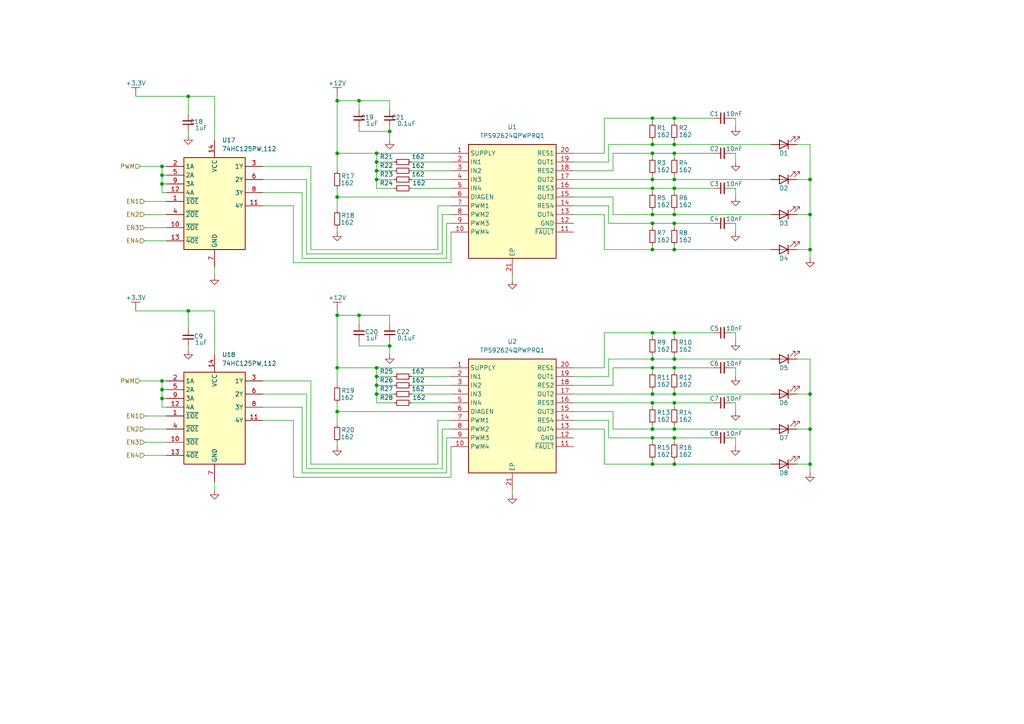
<source format=kicad_sch>
(kicad_sch (version 20250114) (generator "eeschema") (generator_version "9.0")
  (paper "A4")
  (lib_symbols
    (symbol "Device:C_Small" (pin_numbers (hide yes)) (pin_names (offset 0.254) (hide yes))
      (property "Reference" "C" (at 0.254 1.778 0))
      (property "Value" "C_Small" (at 0.254 -2.032 0))
      (symbol "C_Small_0_1"
        (polyline (pts (xy -1.524 0.508) (xy 1.524 0.508)) (stroke (width 0.3048)))
        (polyline (pts (xy -1.524 -0.508) (xy 1.524 -0.508)) (stroke (width 0.3302)))
      )
      (symbol "C_Small_1_1"
        (pin passive line (at 0 2.54 270) (length 2.032) (name "~") (number "1"))
        (pin passive line (at 0 -2.54 90) (length 2.032) (name "~") (number "2"))
      )
    )
    (symbol "Device:R_Small" (pin_numbers (hide yes)) (pin_names (offset 0.254) (hide yes))
      (property "Reference" "R" (at 0 0 90))
      (property "Value" "R_Small" (at 1.778 0 90))
      (symbol "R_Small_0_1"
        (rectangle (start -0.762 1.778) (end 0.762 -1.778) (stroke (width 0.2032)))
      )
      (symbol "R_Small_1_1"
        (pin passive line (at 0 2.54 270) (length 0.762) (name "~") (number "1"))
        (pin passive line (at 0 -2.54 90) (length 0.762) (name "~") (number "2"))
      )
    )
    (symbol "Library:+12V" (power) (pin_numbers (hide yes)) (pin_names (offset 0) (hide yes))
      (property "Value" "+12V" (at 0 3.556 0))
      (symbol "+12V_0_1"
        (polyline (pts (xy -1.27 2.54) (xy 0 2.54)))
        (polyline (pts (xy 0 2.54) (xy 1.27 2.54)))
        (polyline (pts (xy 0 0) (xy 0 2.54)))
      )
      (symbol "+12V_1_1"
        (pin power_in line (at 0 0 90) (length 0) (name "~") (number "1"))
      )
    )
    (symbol "Library:+3.3V" (power) (pin_numbers (hide yes)) (pin_names (offset 0) (hide yes))
      (property "Value" "+3.3V" (at 0 3.556 0))
      (symbol "+3.3V_0_1"
        (polyline (pts (xy -1.27 2.54) (xy 0 2.54)))
        (polyline (pts (xy 0 2.54) (xy 1.27 2.54)))
        (polyline (pts (xy 0 0) (xy 0 2.54)))
      )
      (symbol "+3.3V_1_1"
        (pin power_in line (at 0 0 90) (length 0) (name "~") (number "1"))
      )
    )
    (symbol "Library:74HC125PW,112"
      (property "Reference" "IC" (at 24.13 7.62 0))
      (property "Value" "74HC125PW,112" (at 24.13 5.08 0))
      (symbol "74HC125PW,112_1_1"
        (rectangle (start 5.08 2.54) (end 22.86 -24.13) (stroke (width 0.254)) (fill (type background)))
        (pin passive line (at 0 0 0) (length 5.08) (name "1A") (number "2"))
        (pin passive line (at 0 -2.54 0) (length 5.08) (name "2A") (number "5"))
        (pin passive line (at 0 -5.08 0) (length 5.08) (name "3A") (number "9"))
        (pin passive line (at 0 -7.62 0) (length 5.08) (name "4A") (number "12"))
        (pin passive line (at 0 -10.16 0) (length 5.08) (name "~{1OE}") (number "1"))
        (pin passive line (at 0 -13.97 0) (length 5.08) (name "~{2OE}") (number "4"))
        (pin passive line (at 0 -17.78 0) (length 5.08) (name "~{3OE}") (number "10"))
        (pin passive line (at 0 -21.59 0) (length 5.08) (name "~{4OE}") (number "13"))
        (pin passive line (at 13.97 7.62 270) (length 5.08) (name "VCC") (number "14"))
        (pin passive line (at 13.97 -29.21 90) (length 5.08) (name "GND") (number "7"))
        (pin passive line (at 27.94 0 180) (length 5.08) (name "1Y") (number "3"))
        (pin passive line (at 27.94 -3.81 180) (length 5.08) (name "2Y") (number "6"))
        (pin passive line (at 27.94 -7.62 180) (length 5.08) (name "3Y") (number "8"))
        (pin passive line (at 27.94 -11.43 180) (length 5.08) (name "4Y") (number "11"))
      )
    )
    (symbol "Library:LED" (pin_numbers (hide yes)) (pin_names (offset 1.016) (hide yes))
      (property "Reference" "D1" (at -1.5875 6.35 0))
      (property "Value" "LED" (at -1.5875 3.81 0))
      (symbol "LED_0_1"
        (polyline (pts (xy -3.048 -0.762) (xy -4.572 -2.286) (xy -3.81 -2.286) (xy -4.572 -2.286) (xy -4.572 -1.524)))
        (polyline (pts (xy -1.778 -0.762) (xy -3.302 -2.286) (xy -2.54 -2.286) (xy -3.302 -2.286) (xy -3.302 -1.524)))
        (polyline (pts (xy -1.27 0) (xy 1.27 0)))
        (polyline (pts (xy -1.27 -1.27) (xy -1.27 1.27)) (stroke (width 0.254)))
        (polyline (pts (xy 1.27 -1.27) (xy 1.27 1.27) (xy -1.27 0) (xy 1.27 -1.27)) (stroke (width 0.254)))
      )
      (symbol "LED_1_1"
        (pin passive line (at -3.81 0 0) (length 2.54) (name "K") (number "1"))
        (pin passive line (at -3.81 0 0) (length 2.54) (name "K") (number "2"))
        (pin passive line (at 3.81 0 180) (length 2.54) (name "A") (number "3"))
        (pin passive line (at 3.81 0 180) (length 2.54) (name "A") (number "4"))
      )
    )
    (symbol "Library:TPS92624QPWPRQ1"
      (property "Reference" "IC" (at 31.75 7.62 0))
      (property "Value" "TPS92624QPWPRQ1" (at 31.75 5.08 0))
      (symbol "TPS92624QPWPRQ1_1_1"
        (rectangle (start 5.08 2.54) (end 30.48 -30.48) (stroke (width 0.254)) (fill (type background)))
        (pin passive line (at 0 0 0) (length 5.08) (name "SUPPLY") (number "1"))
        (pin passive line (at 0 -2.54 0) (length 5.08) (name "IN1") (number "2"))
        (pin passive line (at 0 -5.08 0) (length 5.08) (name "IN2") (number "3"))
        (pin passive line (at 0 -7.62 0) (length 5.08) (name "IN3") (number "4"))
        (pin passive line (at 0 -10.16 0) (length 5.08) (name "IN4") (number "5"))
        (pin passive line (at 0 -12.7 0) (length 5.08) (name "DIAGEN") (number "6"))
        (pin passive line (at 0 -15.24 0) (length 5.08) (name "PWM1") (number "7"))
        (pin passive line (at 0 -17.78 0) (length 5.08) (name "PWM2") (number "8"))
        (pin passive line (at 0 -20.32 0) (length 5.08) (name "PWM3") (number "9"))
        (pin passive line (at 0 -22.86 0) (length 5.08) (name "PWM4") (number "10"))
        (pin passive line (at 17.78 -35.56 90) (length 5.08) (name "EP") (number "21"))
        (pin passive line (at 35.56 0 180) (length 5.08) (name "RES1") (number "20"))
        (pin passive line (at 35.56 -2.54 180) (length 5.08) (name "OUT1") (number "19"))
        (pin passive line (at 35.56 -5.08 180) (length 5.08) (name "RES2") (number "18"))
        (pin passive line (at 35.56 -7.62 180) (length 5.08) (name "OUT2") (number "17"))
        (pin passive line (at 35.56 -10.16 180) (length 5.08) (name "RES3") (number "16"))
        (pin passive line (at 35.56 -12.7 180) (length 5.08) (name "OUT3") (number "15"))
        (pin passive line (at 35.56 -15.24 180) (length 5.08) (name "RES4") (number "14"))
        (pin passive line (at 35.56 -17.78 180) (length 5.08) (name "OUT4") (number "13"))
        (pin passive line (at 35.56 -20.32 180) (length 5.08) (name "GND") (number "12"))
        (pin passive line (at 35.56 -22.86 180) (length 5.08) (name "~{FAULT}") (number "11"))
      )
    )
    (symbol "power:GND" (power) (pin_numbers (hide yes)) (pin_names (offset 0) (hide yes))
      (property "Value" "GND" (at 0 -3.81 0))
      (symbol "GND_0_1"
        (polyline (pts (xy 0 0) (xy 0 -1.27) (xy 1.27 -1.27) (xy 0 -2.54) (xy -1.27 -1.27) (xy 0 -1.27)))
      )
      (symbol "GND_1_1"
        (pin power_in line (at 0 0 270) (length 0) (name "~") (number "1"))
      )
    )
  )
  (junction (at 113.03 38.1))
  (junction (at 195.58 72.39))
  (junction (at 189.23 124.46))
  (junction (at 46.99 53.34))
  (junction (at 189.23 44.45))
  (junction (at 104.14 29.21))
  (junction (at 189.23 127))
  (junction (at 97.79 106.68))
  (junction (at 109.22 49.53))
  (junction (at 189.23 116.84))
  (junction (at 97.79 57.15))
  (junction (at 195.58 96.52))
  (junction (at 109.22 44.45))
  (junction (at 97.79 29.21))
  (junction (at 46.99 48.26))
  (junction (at 195.58 127))
  (junction (at 104.14 91.44))
  (junction (at 195.58 62.23))
  (junction (at 189.23 64.77))
  (junction (at 195.58 41.91))
  (junction (at 195.58 64.77))
  (junction (at 189.23 52.07))
  (junction (at 195.58 104.14))
  (junction (at 109.22 114.3))
  (junction (at 189.23 54.61))
  (junction (at 234.95 134.62))
  (junction (at 234.95 62.23))
  (junction (at 195.58 54.61))
  (junction (at 195.58 52.07))
  (junction (at 195.58 106.68))
  (junction (at 113.03 100.33))
  (junction (at 46.99 115.57))
  (junction (at 195.58 114.3))
  (junction (at 189.23 96.52))
  (junction (at 234.95 52.07))
  (junction (at 189.23 134.62))
  (junction (at 189.23 106.68))
  (junction (at 189.23 62.23))
  (junction (at 109.22 111.76))
  (junction (at 46.99 110.49))
  (junction (at 234.95 114.3))
  (junction (at 97.79 44.45))
  (junction (at 54.61 90.17))
  (junction (at 109.22 46.99))
  (junction (at 234.95 72.39))
  (junction (at 195.58 116.84))
  (junction (at 189.23 72.39))
  (junction (at 97.79 91.44))
  (junction (at 46.99 113.03))
  (junction (at 189.23 34.29))
  (junction (at 46.99 50.8))
  (junction (at 109.22 52.07))
  (junction (at 97.79 119.38))
  (junction (at 195.58 124.46))
  (junction (at 195.58 34.29))
  (junction (at 109.22 106.68))
  (junction (at 195.58 44.45))
  (junction (at 189.23 104.14))
  (junction (at 189.23 114.3))
  (junction (at 109.22 109.22))
  (junction (at 234.95 124.46))
  (junction (at 195.58 134.62))
  (junction (at 189.23 41.91))
  (junction (at 54.61 27.94))
  (wire (pts (xy 195.58 41.91) (xy 223.52 41.91)))
  (wire (pts (xy 46.99 48.26) (xy 48.26 48.26)))
  (wire (pts (xy 195.58 72.39) (xy 223.52 72.39)))
  (wire (pts (xy 109.22 109.22) (xy 109.22 106.68)))
  (wire (pts (xy 189.23 44.45) (xy 195.58 44.45)))
  (wire (pts (xy 175.26 72.39) (xy 189.23 72.39)))
  (wire (pts (xy 76.2 48.26) (xy 90.17 48.26)))
  (wire (pts (xy 87.63 74.93) (xy 87.63 55.88)))
  (wire (pts (xy 195.58 44.45) (xy 207.01 44.45)))
  (wire (pts (xy 166.37 109.22) (xy 176.53 109.22)))
  (wire (pts (xy 54.61 38.1) (xy 54.61 39.37)))
  (wire (pts (xy 46.99 50.8) (xy 48.26 50.8)))
  (wire (pts (xy 87.63 137.16) (xy 87.63 118.11)))
  (wire (pts (xy 195.58 134.62) (xy 223.52 134.62)))
  (wire (pts (xy 213.36 127) (xy 212.09 127)))
  (wire (pts (xy 189.23 41.91) (xy 189.23 40.64)))
  (wire (pts (xy 113.03 100.33) (xy 113.03 99.06)))
  (wire (pts (xy 213.36 46.99) (xy 213.36 44.45)))
  (wire (pts (xy 114.3 116.84) (xy 109.22 116.84)))
  (wire (pts (xy 109.22 111.76) (xy 109.22 114.3)))
  (wire (pts (xy 130.81 64.77) (xy 129.54 64.77)))
  (wire (pts (xy 195.58 104.14) (xy 195.58 102.87)))
  (wire (pts (xy 41.91 58.42) (xy 48.26 58.42)))
  (wire (pts (xy 97.79 29.21) (xy 97.79 44.45)))
  (wire (pts (xy 97.79 44.45) (xy 97.79 49.53)))
  (wire (pts (xy 97.79 60.96) (xy 97.79 57.15)))
  (wire (pts (xy 127 72.39) (xy 127 59.69)))
  (wire (pts (xy 109.22 109.22) (xy 109.22 111.76)))
  (wire (pts (xy 97.79 119.38) (xy 97.79 116.84)))
  (wire (pts (xy 189.23 62.23) (xy 195.58 62.23)))
  (wire (pts (xy 127 134.62) (xy 127 121.92)))
  (wire (pts (xy 119.38 46.99) (xy 130.81 46.99)))
  (wire (pts (xy 177.8 111.76) (xy 177.8 106.68)))
  (wire (pts (xy 189.23 106.68) (xy 195.58 106.68)))
  (wire (pts (xy 234.95 114.3) (xy 234.95 124.46)))
  (wire (pts (xy 109.22 44.45) (xy 130.81 44.45)))
  (wire (pts (xy 166.37 116.84) (xy 189.23 116.84)))
  (wire (pts (xy 46.99 115.57) (xy 46.99 113.03)))
  (wire (pts (xy 231.14 72.39) (xy 234.95 72.39)))
  (wire (pts (xy 109.22 49.53) (xy 109.22 52.07)))
  (wire (pts (xy 119.38 52.07) (xy 130.81 52.07)))
  (wire (pts (xy 46.99 55.88) (xy 46.99 53.34)))
  (wire (pts (xy 97.79 128.27) (xy 97.79 129.54)))
  (wire (pts (xy 54.61 100.33) (xy 54.61 101.6)))
  (wire (pts (xy 195.58 124.46) (xy 223.52 124.46)))
  (wire (pts (xy 166.37 119.38) (xy 177.8 119.38)))
  (wire (pts (xy 41.91 120.65) (xy 48.26 120.65)))
  (wire (pts (xy 119.38 114.3) (xy 130.81 114.3)))
  (wire (pts (xy 175.26 62.23) (xy 175.26 72.39)))
  (wire (pts (xy 97.79 123.19) (xy 97.79 119.38)))
  (wire (pts (xy 177.8 44.45) (xy 189.23 44.45)))
  (wire (pts (xy 76.2 114.3) (xy 88.9 114.3)))
  (wire (pts (xy 119.38 116.84) (xy 130.81 116.84)))
  (wire (pts (xy 189.23 72.39) (xy 189.23 71.12)))
  (wire (pts (xy 176.53 59.69) (xy 176.53 64.77)))
  (wire (pts (xy 213.36 109.22) (xy 213.36 106.68)))
  (wire (pts (xy 62.23 77.47) (xy 62.23 80.01)))
  (wire (pts (xy 189.23 44.45) (xy 189.23 45.72)))
  (wire (pts (xy 213.36 57.15) (xy 213.36 54.61)))
  (wire (pts (xy 40.64 110.49) (xy 46.99 110.49)))
  (wire (pts (xy 189.23 104.14) (xy 189.23 102.87)))
  (wire (pts (xy 166.37 57.15) (xy 177.8 57.15)))
  (wire (pts (xy 177.8 119.38) (xy 177.8 124.46)))
  (wire (pts (xy 176.53 109.22) (xy 176.53 104.14)))
  (wire (pts (xy 97.79 57.15) (xy 97.79 54.61)))
  (wire (pts (xy 130.81 138.43) (xy 130.81 129.54)))
  (wire (pts (xy 213.36 96.52) (xy 212.09 96.52)))
  (wire (pts (xy 231.14 52.07) (xy 234.95 52.07)))
  (wire (pts (xy 62.23 139.7) (xy 62.23 142.24)))
  (wire (pts (xy 231.14 62.23) (xy 234.95 62.23)))
  (wire (pts (xy 129.54 64.77) (xy 129.54 74.93)))
  (wire (pts (xy 90.17 134.62) (xy 127 134.62)))
  (wire (pts (xy 46.99 113.03) (xy 48.26 113.03)))
  (wire (pts (xy 189.23 134.62) (xy 195.58 134.62)))
  (wire (pts (xy 166.37 114.3) (xy 189.23 114.3)))
  (wire (pts (xy 213.36 44.45) (xy 212.09 44.45)))
  (wire (pts (xy 189.23 114.3) (xy 195.58 114.3)))
  (wire (pts (xy 189.23 41.91) (xy 195.58 41.91)))
  (wire (pts (xy 213.36 129.54) (xy 213.2974 129.54)))
  (wire (pts (xy 148.59 142.24) (xy 148.59 143.51)))
  (wire (pts (xy 166.37 62.23) (xy 175.26 62.23)))
  (wire (pts (xy 195.58 114.3) (xy 195.58 113.03)))
  (wire (pts (xy 46.99 50.8) (xy 46.99 48.26)))
  (wire (pts (xy 90.17 110.49) (xy 90.17 134.62)))
  (wire (pts (xy 195.58 52.07) (xy 223.52 52.07)))
  (wire (pts (xy 54.61 27.94) (xy 62.23 27.94)))
  (wire (pts (xy 119.38 49.53) (xy 130.81 49.53)))
  (wire (pts (xy 119.38 109.22) (xy 130.81 109.22)))
  (wire (pts (xy 166.37 44.45) (xy 175.26 44.45)))
  (wire (pts (xy 97.79 91.44) (xy 97.79 106.68)))
  (wire (pts (xy 148.59 80.01) (xy 148.59 81.28)))
  (wire (pts (xy 189.23 134.62) (xy 189.23 133.35)))
  (wire (pts (xy 175.26 106.68) (xy 175.26 96.52)))
  (wire (pts (xy 39.37 90.17) (xy 54.61 90.17)))
  (wire (pts (xy 104.14 91.44) (xy 104.14 93.98)))
  (wire (pts (xy 195.58 127) (xy 195.58 128.27)))
  (wire (pts (xy 195.58 62.23) (xy 195.58 60.96)))
  (wire (pts (xy 113.03 38.1) (xy 113.03 36.83)))
  (wire (pts (xy 189.23 54.61) (xy 189.23 55.88)))
  (wire (pts (xy 176.53 121.92) (xy 176.53 127)))
  (wire (pts (xy 176.53 104.14) (xy 189.23 104.14)))
  (wire (pts (xy 166.37 111.76) (xy 177.8 111.76)))
  (wire (pts (xy 195.58 44.45) (xy 195.58 45.72)))
  (wire (pts (xy 189.23 127) (xy 189.23 128.27)))
  (wire (pts (xy 114.3 52.07) (xy 109.22 52.07)))
  (wire (pts (xy 97.79 27.94) (xy 97.79 29.21)))
  (wire (pts (xy 76.2 59.69) (xy 85.09 59.69)))
  (wire (pts (xy 189.23 54.61) (xy 195.58 54.61)))
  (wire (pts (xy 85.09 138.43) (xy 130.81 138.43)))
  (wire (pts (xy 195.58 114.3) (xy 223.52 114.3)))
  (wire (pts (xy 234.95 124.46) (xy 234.95 134.62)))
  (wire (pts (xy 175.26 44.45) (xy 175.26 34.29)))
  (wire (pts (xy 104.14 29.21) (xy 104.14 31.75)))
  (wire (pts (xy 213.36 106.68) (xy 212.09 106.68)))
  (wire (pts (xy 46.99 53.34) (xy 46.99 50.8)))
  (wire (pts (xy 195.58 116.84) (xy 195.58 118.11)))
  (wire (pts (xy 76.2 121.92) (xy 85.09 121.92)))
  (wire (pts (xy 176.53 64.77) (xy 189.23 64.77)))
  (wire (pts (xy 46.99 110.49) (xy 48.26 110.49)))
  (wire (pts (xy 119.38 111.76) (xy 130.81 111.76)))
  (wire (pts (xy 166.37 121.92) (xy 176.53 121.92)))
  (wire (pts (xy 231.14 114.3) (xy 234.95 114.3)))
  (wire (pts (xy 213.36 99.06) (xy 213.36 96.52)))
  (wire (pts (xy 189.23 124.46) (xy 195.58 124.46)))
  (wire (pts (xy 104.14 38.1) (xy 113.03 38.1)))
  (wire (pts (xy 127 121.92) (xy 130.81 121.92)))
  (wire (pts (xy 97.79 119.38) (xy 130.81 119.38)))
  (wire (pts (xy 234.95 52.07) (xy 234.95 62.23)))
  (wire (pts (xy 195.58 72.39) (xy 195.58 71.12)))
  (wire (pts (xy 97.79 57.15) (xy 130.81 57.15)))
  (wire (pts (xy 177.8 49.53) (xy 177.8 44.45)))
  (wire (pts (xy 130.81 127) (xy 129.54 127)))
  (wire (pts (xy 195.58 124.46) (xy 195.58 123.19)))
  (wire (pts (xy 129.54 137.16) (xy 87.63 137.16)))
  (wire (pts (xy 85.09 121.92) (xy 85.09 138.43)))
  (wire (pts (xy 54.61 27.94) (xy 54.61 33.02)))
  (wire (pts (xy 40.64 48.26) (xy 46.99 48.26)))
  (wire (pts (xy 166.37 54.61) (xy 189.23 54.61)))
  (wire (pts (xy 195.58 104.14) (xy 223.52 104.14)))
  (wire (pts (xy 166.37 106.68) (xy 175.26 106.68)))
  (wire (pts (xy 195.58 127) (xy 207.01 127)))
  (wire (pts (xy 62.23 102.87) (xy 62.23 90.17)))
  (wire (pts (xy 166.37 124.46) (xy 175.26 124.46)))
  (wire (pts (xy 213.36 67.31) (xy 213.2974 67.31)))
  (wire (pts (xy 231.14 41.91) (xy 234.95 41.91)))
  (wire (pts (xy 195.58 64.77) (xy 195.58 66.04)))
  (wire (pts (xy 195.58 106.68) (xy 207.01 106.68)))
  (wire (pts (xy 177.8 124.46) (xy 189.23 124.46)))
  (wire (pts (xy 234.95 62.23) (xy 234.95 72.39)))
  (wire (pts (xy 213.36 116.84) (xy 212.09 116.84)))
  (wire (pts (xy 189.23 34.29) (xy 195.58 34.29)))
  (wire (pts (xy 213.36 119.38) (xy 213.36 116.84)))
  (wire (pts (xy 97.79 106.68) (xy 97.79 111.76)))
  (wire (pts (xy 195.58 62.23) (xy 223.52 62.23)))
  (wire (pts (xy 166.37 46.99) (xy 176.53 46.99)))
  (wire (pts (xy 109.22 106.68) (xy 130.81 106.68)))
  (wire (pts (xy 114.3 111.76) (xy 109.22 111.76)))
  (wire (pts (xy 166.37 49.53) (xy 177.8 49.53)))
  (wire (pts (xy 104.14 29.21) (xy 113.03 29.21)))
  (wire (pts (xy 175.26 124.46) (xy 175.26 134.62)))
  (wire (pts (xy 189.23 106.68) (xy 189.23 107.95)))
  (wire (pts (xy 41.91 132.08) (xy 48.26 132.08)))
  (wire (pts (xy 54.61 90.17) (xy 62.23 90.17)))
  (wire (pts (xy 87.63 55.88) (xy 76.2 55.88)))
  (wire (pts (xy 189.23 127) (xy 195.58 127)))
  (wire (pts (xy 114.3 54.61) (xy 109.22 54.61)))
  (wire (pts (xy 189.23 116.84) (xy 195.58 116.84)))
  (wire (pts (xy 41.91 69.85) (xy 48.26 69.85)))
  (wire (pts (xy 97.79 44.45) (xy 109.22 44.45)))
  (wire (pts (xy 234.95 104.14) (xy 234.95 114.3)))
  (wire (pts (xy 104.14 100.33) (xy 113.03 100.33)))
  (wire (pts (xy 166.37 52.07) (xy 189.23 52.07)))
  (wire (pts (xy 213.36 54.61) (xy 212.09 54.61)))
  (wire (pts (xy 176.53 46.99) (xy 176.53 41.91)))
  (wire (pts (xy 88.9 135.89) (xy 128.27 135.89)))
  (wire (pts (xy 189.23 96.52) (xy 189.23 97.79)))
  (wire (pts (xy 41.91 66.04) (xy 48.26 66.04)))
  (wire (pts (xy 129.54 74.93) (xy 87.63 74.93)))
  (wire (pts (xy 85.09 76.2) (xy 130.81 76.2)))
  (wire (pts (xy 129.54 127) (xy 129.54 137.16)))
  (wire (pts (xy 46.99 113.03) (xy 46.99 110.49)))
  (wire (pts (xy 195.58 64.77) (xy 207.01 64.77)))
  (wire (pts (xy 234.95 41.91) (xy 234.95 52.07)))
  (wire (pts (xy 104.14 91.44) (xy 113.03 91.44)))
  (wire (pts (xy 177.8 106.68) (xy 189.23 106.68)))
  (wire (pts (xy 87.63 118.11) (xy 76.2 118.11)))
  (wire (pts (xy 189.23 104.14) (xy 195.58 104.14)))
  (wire (pts (xy 176.53 127) (xy 189.23 127)))
  (wire (pts (xy 195.58 34.29) (xy 207.01 34.29)))
  (wire (pts (xy 189.23 64.77) (xy 195.58 64.77)))
  (wire (pts (xy 113.03 100.33) (xy 113.03 102.87)))
  (wire (pts (xy 128.27 73.66) (xy 128.27 62.23)))
  (wire (pts (xy 127 59.69) (xy 130.81 59.69)))
  (wire (pts (xy 109.22 46.99) (xy 109.22 49.53)))
  (wire (pts (xy 175.26 96.52) (xy 189.23 96.52)))
  (wire (pts (xy 189.23 114.3) (xy 189.23 113.03)))
  (wire (pts (xy 213.36 36.83) (xy 213.36 34.29)))
  (wire (pts (xy 76.2 52.07) (xy 88.9 52.07)))
  (wire (pts (xy 231.14 104.14) (xy 234.95 104.14)))
  (wire (pts (xy 176.53 41.91) (xy 189.23 41.91)))
  (wire (pts (xy 130.81 76.2) (xy 130.81 67.31)))
  (wire (pts (xy 195.58 96.52) (xy 195.58 97.79)))
  (wire (pts (xy 189.23 62.23) (xy 189.23 60.96)))
  (wire (pts (xy 114.3 49.53) (xy 109.22 49.53)))
  (wire (pts (xy 97.79 66.04) (xy 97.79 67.31)))
  (wire (pts (xy 189.23 116.84) (xy 189.23 118.11)))
  (wire (pts (xy 195.58 54.61) (xy 195.58 55.88)))
  (wire (pts (xy 195.58 134.62) (xy 195.58 133.35)))
  (wire (pts (xy 189.23 52.07) (xy 195.58 52.07)))
  (wire (pts (xy 48.26 118.11) (xy 46.99 118.11)))
  (wire (pts (xy 231.14 134.62) (xy 234.95 134.62)))
  (wire (pts (xy 128.27 124.46) (xy 130.81 124.46)))
  (wire (pts (xy 114.3 114.3) (xy 109.22 114.3)))
  (wire (pts (xy 234.95 72.39) (xy 234.95 74.93)))
  (wire (pts (xy 97.79 91.44) (xy 104.14 91.44)))
  (wire (pts (xy 189.23 52.07) (xy 189.23 50.8)))
  (wire (pts (xy 128.27 62.23) (xy 130.81 62.23)))
  (wire (pts (xy 41.91 124.46) (xy 48.26 124.46)))
  (wire (pts (xy 109.22 46.99) (xy 109.22 44.45)))
  (wire (pts (xy 104.14 36.83) (xy 104.14 38.1)))
  (wire (pts (xy 166.37 59.69) (xy 176.53 59.69)))
  (wire (pts (xy 54.61 90.17) (xy 54.61 95.25)))
  (wire (pts (xy 113.03 91.44) (xy 113.03 93.98)))
  (wire (pts (xy 41.91 62.23) (xy 48.26 62.23)))
  (wire (pts (xy 234.95 134.62) (xy 234.95 137.16)))
  (wire (pts (xy 195.58 106.68) (xy 195.58 107.95)))
  (wire (pts (xy 46.99 53.34) (xy 48.26 53.34)))
  (wire (pts (xy 195.58 96.52) (xy 207.01 96.52)))
  (wire (pts (xy 41.91 128.27) (xy 48.26 128.27)))
  (wire (pts (xy 213.36 127) (xy 213.36 129.54)))
  (wire (pts (xy 189.23 124.46) (xy 189.23 123.19)))
  (wire (pts (xy 97.79 106.68) (xy 109.22 106.68)))
  (wire (pts (xy 177.8 57.15) (xy 177.8 62.23)))
  (wire (pts (xy 213.36 64.77) (xy 213.36 67.31)))
  (wire (pts (xy 175.26 134.62) (xy 189.23 134.62)))
  (wire (pts (xy 213.36 34.29) (xy 212.09 34.29)))
  (wire (pts (xy 195.58 41.91) (xy 195.58 40.64)))
  (wire (pts (xy 128.27 135.89) (xy 128.27 124.46)))
  (wire (pts (xy 88.9 114.3) (xy 88.9 135.89)))
  (wire (pts (xy 175.26 34.29) (xy 189.23 34.29)))
  (wire (pts (xy 113.03 29.21) (xy 113.03 31.75)))
  (wire (pts (xy 97.79 90.17) (xy 97.79 91.44)))
  (wire (pts (xy 90.17 72.39) (xy 127 72.39)))
  (wire (pts (xy 177.8 62.23) (xy 189.23 62.23)))
  (wire (pts (xy 88.9 52.07) (xy 88.9 73.66)))
  (wire (pts (xy 119.38 54.61) (xy 130.81 54.61)))
  (wire (pts (xy 109.22 46.99) (xy 114.3 46.99)))
  (wire (pts (xy 195.58 52.07) (xy 195.58 50.8)))
  (wire (pts (xy 195.58 54.61) (xy 207.01 54.61)))
  (wire (pts (xy 189.23 72.39) (xy 195.58 72.39)))
  (wire (pts (xy 46.99 115.57) (xy 48.26 115.57)))
  (wire (pts (xy 109.22 114.3) (xy 109.22 116.84)))
  (wire (pts (xy 39.37 27.94) (xy 54.61 27.94)))
  (wire (pts (xy 104.14 99.06) (xy 104.14 100.33)))
  (wire (pts (xy 109.22 52.07) (xy 109.22 54.61)))
  (wire (pts (xy 48.26 55.88) (xy 46.99 55.88)))
  (wire (pts (xy 97.79 29.21) (xy 104.14 29.21)))
  (wire (pts (xy 213.36 64.77) (xy 212.09 64.77)))
  (wire (pts (xy 231.14 124.46) (xy 234.95 124.46)))
  (wire (pts (xy 88.9 73.66) (xy 128.27 73.66)))
  (wire (pts (xy 113.03 38.1) (xy 113.03 40.64)))
  (wire (pts (xy 46.99 118.11) (xy 46.99 115.57)))
  (wire (pts (xy 195.58 34.29) (xy 195.58 35.56)))
  (wire (pts (xy 85.09 59.69) (xy 85.09 76.2)))
  (wire (pts (xy 189.23 64.77) (xy 189.23 66.04)))
  (wire (pts (xy 109.22 109.22) (xy 114.3 109.22)))
  (wire (pts (xy 90.17 48.26) (xy 90.17 72.39)))
  (wire (pts (xy 62.23 40.64) (xy 62.23 27.94)))
  (wire (pts (xy 189.23 34.29) (xy 189.23 35.56)))
  (wire (pts (xy 76.2 110.49) (xy 90.17 110.49)))
  (wire (pts (xy 189.23 96.52) (xy 195.58 96.52)))
  (wire (pts (xy 195.58 116.84) (xy 207.01 116.84)))
  (hierarchical_label "EN1" (shape input) (at 41.91 120.65 180))
  (hierarchical_label "EN4" (shape input) (at 41.91 132.08 180))
  (hierarchical_label "PWM" (shape input) (at 40.64 48.26 180))
  (hierarchical_label "EN3" (shape input) (at 41.91 128.27 180))
  (hierarchical_label "EN2" (shape input) (at 41.91 124.46 180))
  (hierarchical_label "EN3" (shape input) (at 41.91 66.04 180))
  (hierarchical_label "EN2" (shape input) (at 41.91 62.23 180))
  (hierarchical_label "EN4" (shape input) (at 41.91 69.85 180))
  (hierarchical_label "PWM" (shape input) (at 40.64 110.49 180))
  (hierarchical_label "EN1" (shape input) (at 41.91 58.42 180))
  (symbol (lib_id "Library:+12V") (at 97.79 27.94 0) (unit 1)
    (property "Reference" "#PWR0125" (effects (hide yes)))
    (property "Value" "+12V" (at 97.79 24.13 0))
    (property "Description" "Power symbol creates a global label with name \"+3.3V\"" (effects (hide yes)))
  )
  (symbol (lib_id "Device:R_Small") (at 116.84 111.76 90) (unit 1)
    (property "Reference" "R26" (at 114.046 110.236 90) (effects (justify left)))
    (property "Value" "162" (at 123.19 110.236 90) (effects (justify left)))
    (property "Description" "Resistor, small symbol" (effects (hide yes)))
  )
  (symbol (lib_id "Device:R_Small") (at 189.23 130.81 0) (unit 1)
    (property "Reference" "R15" (at 190.5 129.794 0) (effects (justify left)))
    (property "Value" "162" (at 190.5 131.826 0) (effects (justify left)))
    (property "Description" "Resistor, small symbol" (effects (hide yes)))
  )
  (symbol (lib_id "Device:C_Small") (at 54.61 35.56 180) (unit 1)
    (property "Reference" "C18" (at 58.928 35.306 0) (effects (justify left)))
    (property "Value" "1uF" (at 60.198 37.084 0) (effects (justify left)))
    (property "Description" "Unpolarized capacitor, small symbol" (effects (hide yes)))
  )
  (symbol (lib_id "Library:LED") (at 227.33 134.62 180) (unit 1)
    (property "Reference" "D8" (at 227.33 137.16 0))
    (property "Value" "LED" (effects (hide yes)))
    (property "Footprint" "Library:GWJTLRS1EMLVL5XX531" (effects (hide yes)))
    (property "Description" "Light emitting diode" (effects (hide yes)))
    (property "Sim.Pins" "1=K 2=A" (effects (hide yes)))
  )
  (symbol (lib_id "Device:R_Small") (at 189.23 58.42 0) (unit 1)
    (property "Reference" "R5" (at 190.5 57.404 0) (effects (justify left)))
    (property "Value" "162" (at 190.5 59.436 0) (effects (justify left)))
    (property "Description" "Resistor, small symbol" (effects (hide yes)))
  )
  (symbol (lib_id "Device:R_Small") (at 195.58 110.49 0) (unit 1)
    (property "Reference" "R12" (at 196.85 109.474 0) (effects (justify left)))
    (property "Value" "162" (at 196.85 111.506 0) (effects (justify left)))
    (property "Description" "Resistor, small symbol" (effects (hide yes)))
  )
  (symbol (lib_id "Device:R_Small") (at 195.58 58.42 0) (unit 1)
    (property "Reference" "R6" (at 196.85 57.404 0) (effects (justify left)))
    (property "Value" "162" (at 196.85 59.436 0) (effects (justify left)))
    (property "Description" "Resistor, small symbol" (effects (hide yes)))
  )
  (symbol (lib_id "Device:R_Small") (at 97.79 125.73 180) (unit 1)
    (property "Reference" "R20" (at 102.87 124.714 0) (effects (justify left)))
    (property "Value" "162" (at 102.616 126.746 0) (effects (justify left)))
    (property "Description" "Resistor, small symbol" (effects (hide yes)))
  )
  (symbol (lib_id "Device:R_Small") (at 116.84 52.07 90) (unit 1)
    (property "Reference" "R23" (at 114.046 50.546 90) (effects (justify left)))
    (property "Value" "162" (at 123.19 50.546 90) (effects (justify left)))
    (property "Description" "Resistor, small symbol" (effects (hide yes)))
  )
  (symbol (lib_id "Library:LED") (at 227.33 41.91 180) (unit 1)
    (property "Reference" "D1" (at 227.33 44.45 0))
    (property "Value" "LED" (effects (hide yes)))
    (property "Footprint" "Library:GWJTLRS1EMLVL5XX531" (effects (hide yes)))
    (property "Description" "Light emitting diode" (effects (hide yes)))
    (property "Sim.Pins" "1=K 2=A" (effects (hide yes)))
  )
  (symbol (lib_id "power:GND") (at 213.36 36.83 0) (unit 1)
    (property "Reference" "#PWR0120" (effects (hide yes)))
    (property "Value" "GND" (effects (hide yes)))
    (property "Description" "Power symbol creates a global label with name \"GND\" , ground" (effects (hide yes)))
  )
  (symbol (lib_id "Device:R_Small") (at 189.23 68.58 0) (unit 1)
    (property "Reference" "R7" (at 190.5 67.564 0) (effects (justify left)))
    (property "Value" "162" (at 190.5 69.596 0) (effects (justify left)))
    (property "Description" "Resistor, small symbol" (effects (hide yes)))
  )
  (symbol (lib_id "Device:C_Small") (at 113.03 96.52 180) (unit 1)
    (property "Reference" "C22" (at 118.872 96.266 0) (effects (justify left)))
    (property "Value" "0.1uF" (at 120.65 98.044 0) (effects (justify left)))
    (property "Description" "Unpolarized capacitor, small symbol" (effects (hide yes)))
  )
  (symbol (lib_id "Device:C_Small") (at 209.55 54.61 90) (unit 1)
    (property "Reference" "C3" (at 208.534 53.34 90) (effects (justify left)))
    (property "Value" "10nF" (at 215.392 53.34 90) (effects (justify left)))
    (property "Description" "Unpolarized capacitor, small symbol" (effects (hide yes)))
  )
  (symbol (lib_id "power:GND") (at 213.36 57.15 0) (unit 1)
    (property "Reference" "#PWR0127" (effects (hide yes)))
    (property "Value" "GND" (effects (hide yes)))
    (property "Description" "Power symbol creates a global label with name \"GND\" , ground" (effects (hide yes)))
  )
  (symbol (lib_id "Device:C_Small") (at 209.55 96.52 90) (unit 1)
    (property "Reference" "C5" (at 208.534 95.25 90) (effects (justify left)))
    (property "Value" "10nF" (at 215.392 95.25 90) (effects (justify left)))
    (property "Description" "Unpolarized capacitor, small symbol" (effects (hide yes)))
  )
  (symbol (lib_id "Device:R_Small") (at 195.58 68.58 0) (unit 1)
    (property "Reference" "R8" (at 196.85 67.564 0) (effects (justify left)))
    (property "Value" "162" (at 196.85 69.596 0) (effects (justify left)))
    (property "Description" "Resistor, small symbol" (effects (hide yes)))
  )
  (symbol (lib_id "Device:R_Small") (at 116.84 54.61 90) (unit 1)
    (property "Reference" "R24" (at 114.046 53.086 90) (effects (justify left)))
    (property "Value" "162" (at 123.444 53.086 90) (effects (justify left)))
    (property "Description" "Resistor, small symbol" (effects (hide yes)))
  )
  (symbol (lib_id "Device:C_Small") (at 209.55 127 90) (unit 1)
    (property "Reference" "C8" (at 208.534 125.73 90) (effects (justify left)))
    (property "Value" "10nF" (at 215.392 125.73 90) (effects (justify left)))
    (property "Description" "Unpolarized capacitor, small symbol" (effects (hide yes)))
  )
  (symbol (lib_id "Device:C_Small") (at 113.03 34.29 180) (unit 1)
    (property "Reference" "C21" (at 117.348 34.036 0) (effects (justify left)))
    (property "Value" "0.1uF" (at 120.65 35.814 0) (effects (justify left)))
    (property "Description" "Unpolarized capacitor, small symbol" (effects (hide yes)))
  )
  (symbol (lib_id "Device:R_Small") (at 116.84 109.22 90) (unit 1)
    (property "Reference" "R25" (at 114.046 107.696 90) (effects (justify left)))
    (property "Value" "162" (at 123.19 107.696 90) (effects (justify left)))
    (property "Description" "Resistor, small symbol" (effects (hide yes)))
  )
  (symbol (lib_id "Library:LED") (at 227.33 72.39 180) (unit 1)
    (property "Reference" "D4" (at 227.33 74.93 0))
    (property "Value" "LED" (effects (hide yes)))
    (property "Footprint" "Library:GWJTLRS1EMLVL5XX531" (effects (hide yes)))
    (property "Description" "Light emitting diode" (effects (hide yes)))
    (property "Sim.Pins" "1=K 2=A" (effects (hide yes)))
  )
  (symbol (lib_id "Library:+3.3V") (at 39.37 90.17 0) (unit 1)
    (property "Reference" "#PWR01" (effects (hide yes)))
    (property "Value" "+3.3V" (at 39.37 86.36 0))
    (property "Description" "Power symbol creates a global label with name \"+3.3V\"" (effects (hide yes)))
  )
  (symbol (lib_id "Device:C_Small") (at 209.55 34.29 90) (unit 1)
    (property "Reference" "C1" (at 208.534 33.02 90) (effects (justify left)))
    (property "Value" "10nF" (at 215.392 33.02 90) (effects (justify left)))
    (property "Description" "Unpolarized capacitor, small symbol" (effects (hide yes)))
  )
  (symbol (lib_id "Device:R_Small") (at 195.58 130.81 0) (unit 1)
    (property "Reference" "R16" (at 196.85 129.794 0) (effects (justify left)))
    (property "Value" "162" (at 196.85 131.826 0) (effects (justify left)))
    (property "Description" "Resistor, small symbol" (effects (hide yes)))
  )
  (symbol (lib_id "Device:R_Small") (at 97.79 114.3 180) (unit 1)
    (property "Reference" "R19" (at 102.87 113.284 0) (effects (justify left)))
    (property "Value" "162" (at 102.616 115.316 0) (effects (justify left)))
    (property "Description" "Resistor, small symbol" (effects (hide yes)))
  )
  (symbol (lib_id "Device:C_Small") (at 209.55 116.84 90) (unit 1)
    (property "Reference" "C7" (at 208.534 115.57 90) (effects (justify left)))
    (property "Value" "10nF" (at 215.392 115.57 90) (effects (justify left)))
    (property "Description" "Unpolarized capacitor, small symbol" (effects (hide yes)))
  )
  (symbol (lib_id "Library:LED") (at 227.33 62.23 180) (unit 1)
    (property "Reference" "D3" (at 227.33 64.77 0))
    (property "Value" "LED" (effects (hide yes)))
    (property "Footprint" "Library:GWJTLRS1EMLVL5XX531" (effects (hide yes)))
    (property "Description" "Light emitting diode" (effects (hide yes)))
    (property "Sim.Pins" "1=K 2=A" (effects (hide yes)))
  )
  (symbol (lib_id "Library:+12V") (at 97.79 90.17 0) (unit 1)
    (property "Reference" "#PWR0124" (effects (hide yes)))
    (property "Value" "+12V" (at 97.79 86.36 0))
    (property "Description" "Power symbol creates a global label with name \"+3.3V\"" (effects (hide yes)))
  )
  (symbol (lib_id "power:GND") (at 213.2974 129.54 0) (unit 1)
    (property "Reference" "#PWR0113" (effects (hide yes)))
    (property "Value" "GND" (effects (hide yes)))
    (property "Description" "Power symbol creates a global label with name \"GND\" , ground" (effects (hide yes)))
  )
  (symbol (lib_id "Device:R_Small") (at 195.58 38.1 0) (unit 1)
    (property "Reference" "R2" (at 196.85 37.084 0) (effects (justify left)))
    (property "Value" "162" (at 196.85 39.116 0) (effects (justify left)))
    (property "Description" "Resistor, small symbol" (effects (hide yes)))
  )
  (symbol (lib_id "power:GND") (at 62.23 80.01 0) (unit 1)
    (property "Reference" "#PWR0133" (effects (hide yes)))
    (property "Value" "GND" (effects (hide yes)))
    (property "Description" "Power symbol creates a global label with name \"GND\" , ground" (effects (hide yes)))
  )
  (symbol (lib_id "Library:LED") (at 227.33 124.46 180) (unit 1)
    (property "Reference" "D7" (at 227.33 127 0))
    (property "Value" "LED" (effects (hide yes)))
    (property "Footprint" "Library:GWJTLRS1EMLVL5XX531" (effects (hide yes)))
    (property "Description" "Light emitting diode" (effects (hide yes)))
    (property "Sim.Pins" "1=K 2=A" (effects (hide yes)))
  )
  (symbol (lib_id "Device:C_Small") (at 209.55 64.77 90) (unit 1)
    (property "Reference" "C4" (at 208.534 63.5 90) (effects (justify left)))
    (property "Value" "10nF" (at 215.392 63.5 90) (effects (justify left)))
    (property "Description" "Unpolarized capacitor, small symbol" (effects (hide yes)))
  )
  (symbol (lib_id "Device:R_Small") (at 116.84 116.84 90) (unit 1)
    (property "Reference" "R28" (at 114.046 115.316 90) (effects (justify left)))
    (property "Value" "162" (at 123.444 115.316 90) (effects (justify left)))
    (property "Description" "Resistor, small symbol" (effects (hide yes)))
  )
  (symbol (lib_id "power:GND") (at 54.61 101.6 0) (unit 1)
    (property "Reference" "#PWR02" (effects (hide yes)))
    (property "Value" "GND" (effects (hide yes)))
    (property "Description" "Power symbol creates a global label with name \"GND\" , ground" (effects (hide yes)))
  )
  (symbol (lib_id "power:GND") (at 97.79 129.54 0) (unit 1)
    (property "Reference" "#PWR0118" (effects (hide yes)))
    (property "Value" "GND" (effects (hide yes)))
    (property "Description" "Power symbol creates a global label with name \"GND\" , ground" (effects (hide yes)))
  )
  (symbol (lib_id "Library:LED") (at 227.33 114.3 180) (unit 1)
    (property "Reference" "D6" (at 227.33 116.84 0))
    (property "Value" "LED" (effects (hide yes)))
    (property "Footprint" "Library:GWJTLRS1EMLVL5XX531" (effects (hide yes)))
    (property "Description" "Light emitting diode" (effects (hide yes)))
    (property "Sim.Pins" "1=K 2=A" (effects (hide yes)))
  )
  (symbol (lib_id "power:GND") (at 213.36 119.38 0) (unit 1)
    (property "Reference" "#PWR0114" (effects (hide yes)))
    (property "Value" "GND" (effects (hide yes)))
    (property "Description" "Power symbol creates a global label with name \"GND\" , ground" (effects (hide yes)))
  )
  (symbol (lib_id "Device:R_Small") (at 189.23 48.26 0) (unit 1)
    (property "Reference" "R3" (at 190.5 47.244 0) (effects (justify left)))
    (property "Value" "162" (at 190.5 49.276 0) (effects (justify left)))
    (property "Description" "Resistor, small symbol" (effects (hide yes)))
  )
  (symbol (lib_id "Device:R_Small") (at 189.23 120.65 0) (unit 1)
    (property "Reference" "R13" (at 190.5 119.634 0) (effects (justify left)))
    (property "Value" "162" (at 190.5 121.666 0) (effects (justify left)))
    (property "Description" "Resistor, small symbol" (effects (hide yes)))
  )
  (symbol (lib_id "Device:R_Small") (at 189.23 100.33 0) (unit 1)
    (property "Reference" "R9" (at 190.5 99.314 0) (effects (justify left)))
    (property "Value" "162" (at 190.5 101.346 0) (effects (justify left)))
    (property "Description" "Resistor, small symbol" (effects (hide yes)))
  )
  (symbol (lib_id "power:GND") (at 213.2974 67.31 0) (unit 1)
    (property "Reference" "#PWR0128" (effects (hide yes)))
    (property "Value" "GND" (effects (hide yes)))
    (property "Description" "Power symbol creates a global label with name \"GND\" , ground" (effects (hide yes)))
  )
  (symbol (lib_id "power:GND") (at 213.36 109.22 0) (unit 1)
    (property "Reference" "#PWR0115" (effects (hide yes)))
    (property "Value" "GND" (effects (hide yes)))
    (property "Description" "Power symbol creates a global label with name \"GND\" , ground" (effects (hide yes)))
  )
  (symbol (lib_id "Device:R_Small") (at 189.23 110.49 0) (unit 1)
    (property "Reference" "R11" (at 190.5 109.474 0) (effects (justify left)))
    (property "Value" "162" (at 190.5 111.506 0) (effects (justify left)))
    (property "Description" "Resistor, small symbol" (effects (hide yes)))
  )
  (symbol (lib_id "Device:C_Small") (at 54.61 97.79 180) (unit 1)
    (property "Reference" "C9" (at 58.928 97.536 0) (effects (justify left)))
    (property "Value" "1uF" (at 60.198 99.314 0) (effects (justify left)))
    (property "Description" "Unpolarized capacitor, small symbol" (effects (hide yes)))
  )
  (symbol (lib_id "power:GND") (at 148.59 81.28 0) (unit 1)
    (property "Reference" "#PWR0121" (effects (hide yes)))
    (property "Value" "GND" (effects (hide yes)))
    (property "Description" "Power symbol creates a global label with name \"GND\" , ground" (effects (hide yes)))
  )
  (symbol (lib_id "power:GND") (at 97.79 67.31 0) (unit 1)
    (property "Reference" "#PWR0123" (effects (hide yes)))
    (property "Value" "GND" (effects (hide yes)))
    (property "Description" "Power symbol creates a global label with name \"GND\" , ground" (effects (hide yes)))
  )
  (symbol (lib_id "Device:R_Small") (at 97.79 63.5 180) (unit 1)
    (property "Reference" "R18" (at 102.87 62.484 0) (effects (justify left)))
    (property "Value" "162" (at 102.616 64.516 0) (effects (justify left)))
    (property "Description" "Resistor, small symbol" (effects (hide yes)))
  )
  (symbol (lib_id "power:GND") (at 113.03 40.64 0) (unit 1)
    (property "Reference" "#PWR0126" (effects (hide yes)))
    (property "Value" "GND" (effects (hide yes)))
    (property "Description" "Power symbol creates a global label with name \"GND\" , ground" (effects (hide yes)))
  )
  (symbol (lib_id "Library:LED") (at 227.33 52.07 180) (unit 1)
    (property "Reference" "D2" (at 227.33 54.61 0))
    (property "Value" "LED" (effects (hide yes)))
    (property "Footprint" "Library:GWJTLRS1EMLVL5XX531" (effects (hide yes)))
    (property "Description" "Light emitting diode" (effects (hide yes)))
    (property "Sim.Pins" "1=K 2=A" (effects (hide yes)))
  )
  (symbol (lib_id "Device:R_Small") (at 195.58 100.33 0) (unit 1)
    (property "Reference" "R10" (at 196.85 99.314 0) (effects (justify left)))
    (property "Value" "162" (at 196.85 101.346 0) (effects (justify left)))
    (property "Description" "Resistor, small symbol" (effects (hide yes)))
  )
  (symbol (lib_id "power:GND") (at 62.23 142.24 0) (unit 1)
    (property "Reference" "#PWR03" (effects (hide yes)))
    (property "Value" "GND" (effects (hide yes)))
    (property "Description" "Power symbol creates a global label with name \"GND\" , ground" (effects (hide yes)))
  )
  (symbol (lib_id "Device:R_Small") (at 189.23 38.1 0) (unit 1)
    (property "Reference" "R1" (at 190.5 37.084 0) (effects (justify left)))
    (property "Value" "162" (at 190.5 39.116 0) (effects (justify left)))
    (property "Description" "Resistor, small symbol" (effects (hide yes)))
  )
  (symbol (lib_id "Library:+3.3V") (at 39.37 27.94 0) (unit 1)
    (property "Reference" "#PWR0131" (effects (hide yes)))
    (property "Value" "+3.3V" (at 39.37 24.13 0))
    (property "Description" "Power symbol creates a global label with name \"+3.3V\"" (effects (hide yes)))
  )
  (symbol (lib_id "Library:74HC125PW,112") (at 48.26 110.49 0) (unit 1)
    (property "Reference" "U18" (at 64.3733 102.87 0) (effects (justify left)))
    (property "Value" "74HC125PW,112" (at 64.3733 105.41 0) (effects (justify left)))
    (property "Footprint" "Library:SOP65P640X110-14N" (effects (hide yes)))
    (property "Datasheet" "https://assets.nexperia.com/documents/data-sheet/74HC_HCT125.pdf" (effects (hide yes)))
    (property "Description" "74HC(T)125 - Quad buffer/line driver; 3-state@en-us" (effects (hide yes)))
    (property "Height" "1.1" (effects (hide yes)))
    (property "Manufacturer_Name" "Nexperia" (effects (hide yes)))
    (property "Manufacturer_Part_Number" "74HC125PW,112" (effects (hide yes)))
    (property "Mouser Part Number" "771-HC125PW112" (effects (hide yes)))
    (property "Mouser Price/Stock" "https://www.mouser.co.uk/ProductDetail/Nexperia/74HC125PW112?qs=P62ublwmbi%252BZ%2FJLwta676g%3D%3D" (effects (hide yes)))
    (property "Arrow Part Number" "74HC125PW,112" (effects (hide yes)))
    (property "Arrow Price/Stock" "https://www.arrow.com/en/products/74hc125pw112/nexperia?region=europe" (effects (hide yes)))
  )
  (symbol (lib_id "Device:R_Small") (at 116.84 114.3 90) (unit 1)
    (property "Reference" "R27" (at 114.046 112.776 90) (effects (justify left)))
    (property "Value" "162" (at 123.19 112.776 90) (effects (justify left)))
    (property "Description" "Resistor, small symbol" (effects (hide yes)))
  )
  (symbol (lib_id "power:GND") (at 54.61 39.37 0) (unit 1)
    (property "Reference" "#PWR0132" (effects (hide yes)))
    (property "Value" "GND" (effects (hide yes)))
    (property "Description" "Power symbol creates a global label with name \"GND\" , ground" (effects (hide yes)))
  )
  (symbol (lib_id "power:GND") (at 234.95 74.93 0) (unit 1)
    (property "Reference" "#PWR0130" (effects (hide yes)))
    (property "Value" "GND" (effects (hide yes)))
    (property "Description" "Power symbol creates a global label with name \"GND\" , ground" (effects (hide yes)))
  )
  (symbol (lib_id "power:GND") (at 213.36 46.99 0) (unit 1)
    (property "Reference" "#PWR0119" (effects (hide yes)))
    (property "Value" "GND" (effects (hide yes)))
    (property "Description" "Power symbol creates a global label with name \"GND\" , ground" (effects (hide yes)))
  )
  (symbol (lib_id "Library:LED") (at 227.33 104.14 180) (unit 1)
    (property "Reference" "D5" (at 227.33 106.68 0))
    (property "Value" "LED" (effects (hide yes)))
    (property "Footprint" "Library:GWJTLRS1EMLVL5XX531" (effects (hide yes)))
    (property "Description" "Light emitting diode" (effects (hide yes)))
    (property "Sim.Pins" "1=K 2=A" (effects (hide yes)))
  )
  (symbol (lib_id "Device:C_Small") (at 209.55 106.68 90) (unit 1)
    (property "Reference" "C6" (at 208.534 105.41 90) (effects (justify left)))
    (property "Value" "10nF" (at 215.392 105.41 90) (effects (justify left)))
    (property "Description" "Unpolarized capacitor, small symbol" (effects (hide yes)))
  )
  (symbol (lib_id "power:GND") (at 213.36 99.06 0) (unit 1)
    (property "Reference" "#PWR0116" (effects (hide yes)))
    (property "Value" "GND" (effects (hide yes)))
    (property "Description" "Power symbol creates a global label with name \"GND\" , ground" (effects (hide yes)))
  )
  (symbol (lib_id "Library:TPS92624QPWPRQ1") (at 130.81 106.68 0) (unit 1)
    (property "Reference" "U2" (at 148.59 99.06 0))
    (property "Value" "TPS92624QPWPRQ1" (at 148.59 101.6 0))
    (property "Footprint" "Library:SOP65P640X120-21N" (effects (hide yes)))
    (property "Datasheet" "https://www.ti.com/lit/ds/symlink/tps92624-q1.pdf?ts=1694767333380&ref_url=https%253A%252F%252Fwww.ti.com%252Fproduct%252FTPS92624-Q1%252Fpart-details%252FTPS92624QPWPRQ1%253Futm_source%253Dgoogle%2526utm_medium%253Dcpc%2526utm_campaign%253Docb-tistore-pr" (effects (hide yes)))
    (property "Description" "TPS92624-Q1 Four-Channel, Automotive High Side LED Driver with Thermal Sharing Control" (effects (hide yes)))
    (property "Height" "1.2" (effects (hide yes)))
    (property "Manufacturer_Name" "Texas Instruments" (effects (hide yes)))
    (property "Manufacturer_Part_Number" "TPS92624QPWPRQ1" (effects (hide yes)))
    (property "Mouser Part Number" "595-TPS92624QPWPRQ1" (effects (hide yes)))
    (property "Mouser Price/Stock" "https://www.mouser.co.uk/ProductDetail/Texas-Instruments/TPS92624QPWPRQ1?qs=t7xnP681wgUaZydy8rdCYA%3D%3D" (effects (hide yes)))
    (property "Arrow Part Number" "TPS92624QPWPRQ1" (effects (hide yes)))
    (property "Arrow Price/Stock" "https://www.arrow.com/en/products/tps92624qpwprq1/texas-instruments?utm_currency=USD&region=nac" (effects (hide yes)))
  )
  (symbol (lib_id "Library:TPS92624QPWPRQ1") (at 130.81 44.45 0) (unit 1)
    (property "Reference" "U1" (at 148.59 36.83 0))
    (property "Value" "TPS92624QPWPRQ1" (at 148.59 39.37 0))
    (property "Footprint" "Library:SOP65P640X120-21N" (effects (hide yes)))
    (property "Datasheet" "https://www.ti.com/lit/ds/symlink/tps92624-q1.pdf?ts=1694767333380&ref_url=https%253A%252F%252Fwww.ti.com%252Fproduct%252FTPS92624-Q1%252Fpart-details%252FTPS92624QPWPRQ1%253Futm_source%253Dgoogle%2526utm_medium%253Dcpc%2526utm_campaign%253Docb-tistore-pr" (effects (hide yes)))
    (property "Description" "TPS92624-Q1 Four-Channel, Automotive High Side LED Driver with Thermal Sharing Control" (effects (hide yes)))
    (property "Height" "1.2" (effects (hide yes)))
    (property "Manufacturer_Name" "Texas Instruments" (effects (hide yes)))
    (property "Manufacturer_Part_Number" "TPS92624QPWPRQ1" (effects (hide yes)))
    (property "Mouser Part Number" "595-TPS92624QPWPRQ1" (effects (hide yes)))
    (property "Mouser Price/Stock" "https://www.mouser.co.uk/ProductDetail/Texas-Instruments/TPS92624QPWPRQ1?qs=t7xnP681wgUaZydy8rdCYA%3D%3D" (effects (hide yes)))
    (property "Arrow Part Number" "TPS92624QPWPRQ1" (effects (hide yes)))
    (property "Arrow Price/Stock" "https://www.arrow.com/en/products/tps92624qpwprq1/texas-instruments?utm_currency=USD&region=nac" (effects (hide yes)))
  )
  (symbol (lib_id "Device:R_Small") (at 97.79 52.07 180) (unit 1)
    (property "Reference" "R17" (at 102.87 51.054 0) (effects (justify left)))
    (property "Value" "162" (at 102.616 53.086 0) (effects (justify left)))
    (property "Description" "Resistor, small symbol" (effects (hide yes)))
  )
  (symbol (lib_id "power:GND") (at 148.59 143.51 0) (unit 1)
    (property "Reference" "#PWR0122" (effects (hide yes)))
    (property "Value" "GND" (effects (hide yes)))
    (property "Description" "Power symbol creates a global label with name \"GND\" , ground" (effects (hide yes)))
  )
  (symbol (lib_id "Device:C_Small") (at 209.55 44.45 90) (unit 1)
    (property "Reference" "C2" (at 208.534 43.18 90) (effects (justify left)))
    (property "Value" "10nF" (at 215.392 43.18 90) (effects (justify left)))
    (property "Description" "Unpolarized capacitor, small symbol" (effects (hide yes)))
  )
  (symbol (lib_id "Device:R_Small") (at 116.84 46.99 90) (unit 1)
    (property "Reference" "R21" (at 114.046 45.466 90) (effects (justify left)))
    (property "Value" "162" (at 123.19 45.466 90) (effects (justify left)))
    (property "Description" "Resistor, small symbol" (effects (hide yes)))
  )
  (symbol (lib_id "Device:C_Small") (at 104.14 96.52 180) (unit 1)
    (property "Reference" "C20" (at 109.728 96.266 0) (effects (justify left)))
    (property "Value" "1uF" (at 109.728 98.044 0) (effects (justify left)))
    (property "Description" "Unpolarized capacitor, small symbol" (effects (hide yes)))
  )
  (symbol (lib_id "Library:74HC125PW,112") (at 48.26 48.26 0) (unit 1)
    (property "Reference" "U17" (at 64.3733 40.64 0) (effects (justify left)))
    (property "Value" "74HC125PW,112" (at 64.3733 43.18 0) (effects (justify left)))
    (property "Footprint" "Library:SOP65P640X110-14N" (effects (hide yes)))
    (property "Datasheet" "https://assets.nexperia.com/documents/data-sheet/74HC_HCT125.pdf" (effects (hide yes)))
    (property "Description" "74HC(T)125 - Quad buffer/line driver; 3-state@en-us" (effects (hide yes)))
    (property "Height" "1.1" (effects (hide yes)))
    (property "Manufacturer_Name" "Nexperia" (effects (hide yes)))
    (property "Manufacturer_Part_Number" "74HC125PW,112" (effects (hide yes)))
    (property "Mouser Part Number" "771-HC125PW112" (effects (hide yes)))
    (property "Mouser Price/Stock" "https://www.mouser.co.uk/ProductDetail/Nexperia/74HC125PW112?qs=P62ublwmbi%252BZ%2FJLwta676g%3D%3D" (effects (hide yes)))
    (property "Arrow Part Number" "74HC125PW,112" (effects (hide yes)))
    (property "Arrow Price/Stock" "https://www.arrow.com/en/products/74hc125pw112/nexperia?region=europe" (effects (hide yes)))
  )
  (symbol (lib_id "power:GND") (at 113.03 102.87 0) (unit 1)
    (property "Reference" "#PWR0117" (effects (hide yes)))
    (property "Value" "GND" (effects (hide yes)))
    (property "Description" "Power symbol creates a global label with name \"GND\" , ground" (effects (hide yes)))
  )
  (symbol (lib_id "Device:R_Small") (at 116.84 49.53 90) (unit 1)
    (property "Reference" "R22" (at 114.046 48.006 90) (effects (justify left)))
    (property "Value" "162" (at 123.19 48.006 90) (effects (justify left)))
    (property "Description" "Resistor, small symbol" (effects (hide yes)))
  )
  (symbol (lib_id "Device:C_Small") (at 104.14 34.29 180) (unit 1)
    (property "Reference" "C19" (at 108.458 34.036 0) (effects (justify left)))
    (property "Value" "1uF" (at 109.728 35.814 0) (effects (justify left)))
    (property "Description" "Unpolarized capacitor, small symbol" (effects (hide yes)))
  )
  (symbol (lib_id "Device:R_Small") (at 195.58 120.65 0) (unit 1)
    (property "Reference" "R14" (at 196.85 119.634 0) (effects (justify left)))
    (property "Value" "162" (at 196.85 121.666 0) (effects (justify left)))
    (property "Description" "Resistor, small symbol" (effects (hide yes)))
  )
  (symbol (lib_id "power:GND") (at 234.95 137.16 0) (unit 1)
    (property "Reference" "#PWR0129" (effects (hide yes)))
    (property "Value" "GND" (effects (hide yes)))
    (property "Description" "Power symbol creates a global label with name \"GND\" , ground" (effects (hide yes)))
  )
  (symbol (lib_id "Device:R_Small") (at 195.58 48.26 0) (unit 1)
    (property "Reference" "R4" (at 196.85 47.244 0) (effects (justify left)))
    (property "Value" "162" (at 196.85 49.276 0) (effects (justify left)))
    (property "Description" "Resistor, small symbol" (effects (hide yes)))
  )
)
</source>
